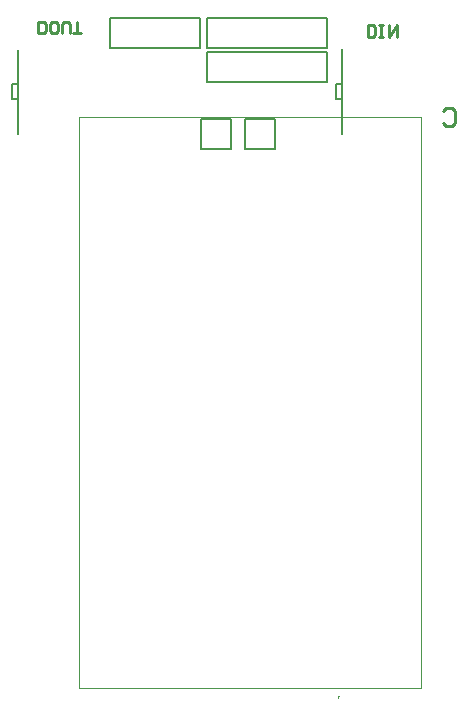
<source format=gbo>
G04*
G04 #@! TF.GenerationSoftware,Altium Limited,Altium Designer,21.7.2 (23)*
G04*
G04 Layer_Color=32896*
%FSLAX25Y25*%
%MOIN*%
G70*
G04*
G04 #@! TF.SameCoordinates,2BEB94BA-C242-4871-AFB5-1AACED26611A*
G04*
G04*
G04 #@! TF.FilePolarity,Positive*
G04*
G01*
G75*
%ADD10C,0.00394*%
%ADD12C,0.00787*%
%ADD63C,0.01000*%
D10*
X188189Y92126D02*
Y282480D01*
Y92126D02*
X302362Y92126D01*
Y282480D01*
X188189Y282480D02*
X302362Y282480D01*
D12*
X274803Y88976D02*
G03*
X274803Y89370I0J197D01*
G01*
D02*
G03*
X274803Y88976I0J-197D01*
G01*
D02*
G03*
X274803Y89370I0J197D01*
G01*
X243524Y281870D02*
X253524D01*
X243524Y271870D02*
Y281870D01*
Y271870D02*
X253524D01*
Y281870D01*
X228858Y281772D02*
X238858D01*
X228858Y271772D02*
Y281772D01*
Y271772D02*
X238858D01*
Y281772D01*
X228622Y305630D02*
Y315630D01*
X198622D02*
X228622D01*
X198622Y305630D02*
Y315630D01*
Y305630D02*
X228622D01*
X230827Y305630D02*
Y315630D01*
Y305630D02*
X270827D01*
X230827Y315630D02*
X270827D01*
Y305630D02*
Y315630D01*
X230827Y294213D02*
Y304213D01*
Y294213D02*
X270827D01*
X230827Y304213D02*
X270827D01*
Y294213D02*
Y304213D01*
X274016Y288583D02*
Y293701D01*
Y288583D02*
X275984D01*
X274016Y293701D02*
X275984D01*
Y305118D01*
Y276969D02*
Y288583D01*
Y293701D01*
X168012Y288484D02*
Y293602D01*
Y276870D02*
Y288484D01*
Y293602D02*
Y305020D01*
X166043Y293602D02*
X168012D01*
X166043Y288484D02*
X168012D01*
X166043D02*
Y293602D01*
D63*
X174622Y310419D02*
Y314354D01*
X176590D01*
X177246Y313698D01*
Y311074D01*
X176590Y310419D01*
X174622D01*
X180526D02*
X179214D01*
X178558Y311074D01*
Y313698D01*
X179214Y314354D01*
X180526D01*
X181182Y313698D01*
Y311074D01*
X180526Y310419D01*
X182493D02*
Y313698D01*
X183150Y314354D01*
X184461D01*
X185117Y313698D01*
Y310419D01*
X186429D02*
X189053D01*
X187741D01*
Y314354D01*
X284465Y309238D02*
Y313173D01*
X286432D01*
X287088Y312517D01*
Y309893D01*
X286432Y309238D01*
X284465D01*
X288400D02*
X289712D01*
X289056D01*
Y313173D01*
X288400D01*
X289712D01*
X291680D02*
Y309238D01*
X294304Y313173D01*
Y309238D01*
X309501Y284598D02*
X310501Y285598D01*
X312500D01*
X313500Y284598D01*
Y280600D01*
X312500Y279600D01*
X310501D01*
X309501Y280600D01*
M02*

</source>
